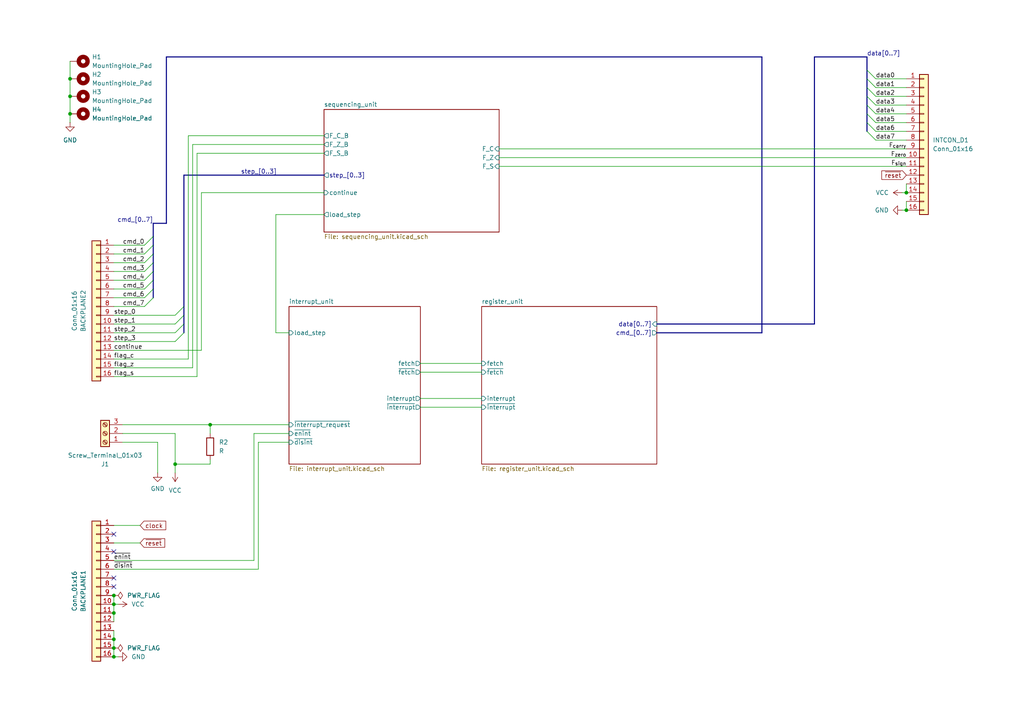
<source format=kicad_sch>
(kicad_sch (version 20250114) (generator "eeschema") (generator_version "9.0")
  (paper "A4")
  (title_block (title "PC-12 Sequencer and Instruction Register") (rev "A"))
  (lib_symbols
    (symbol "Connector:Screw_Terminal_01x03" (pin_names (offset 1.016) (hide yes))
      (property "Reference" "J" (at 0 5.08 0))
      (property "Value" "Screw_Terminal_01x03" (at 0 -5.08 0))
      (symbol "Screw_Terminal_01x03_1_1"
        (rectangle (start -1.27 3.81) (end 1.27 -3.81) (stroke (width 0.254)) (fill (type background)))
        (polyline (pts (xy -0.5334 2.8702) (xy 0.3302 2.032)) (stroke (width 0.1524)))
        (polyline (pts (xy -0.5334 0.3302) (xy 0.3302 -0.508)) (stroke (width 0.1524)))
        (polyline (pts (xy -0.5334 -2.2098) (xy 0.3302 -3.048)) (stroke (width 0.1524)))
        (polyline (pts (xy -0.3556 3.048) (xy 0.508 2.2098)) (stroke (width 0.1524)))
        (polyline (pts (xy -0.3556 0.508) (xy 0.508 -0.3302)) (stroke (width 0.1524)))
        (polyline (pts (xy -0.3556 -2.032) (xy 0.508 -2.8702)) (stroke (width 0.1524)))
        (circle (center 0 2.54) (radius 0.635) (stroke (width 0.1524)))
        (circle (center 0 0) (radius 0.635) (stroke (width 0.1524)))
        (circle (center 0 -2.54) (radius 0.635) (stroke (width 0.1524)))
        (pin passive line (at -5.08 2.54 0) (length 3.81) (name "Pin_1") (number "1"))
        (pin passive line (at -5.08 0 0) (length 3.81) (name "Pin_2") (number "2"))
        (pin passive line (at -5.08 -2.54 0) (length 3.81) (name "Pin_3") (number "3"))
      )
    )
    (symbol "Connector_Generic:Conn_01x16" (pin_names (offset 1.016) (hide yes))
      (property "Reference" "J" (at 0 20.32 0))
      (property "Value" "Conn_01x16" (at 0 -22.86 0))
      (symbol "Conn_01x16_1_1"
        (rectangle (start -1.27 19.05) (end 1.27 -21.59) (stroke (width 0.254)) (fill (type background)))
        (rectangle (start -1.27 17.907) (end 0 17.653) (stroke (width 0.1524)))
        (rectangle (start -1.27 15.367) (end 0 15.113) (stroke (width 0.1524)))
        (rectangle (start -1.27 12.827) (end 0 12.573) (stroke (width 0.1524)))
        (rectangle (start -1.27 10.287) (end 0 10.033) (stroke (width 0.1524)))
        (rectangle (start -1.27 7.747) (end 0 7.493) (stroke (width 0.1524)))
        (rectangle (start -1.27 5.207) (end 0 4.953) (stroke (width 0.1524)))
        (rectangle (start -1.27 2.667) (end 0 2.413) (stroke (width 0.1524)))
        (rectangle (start -1.27 0.127) (end 0 -0.127) (stroke (width 0.1524)))
        (rectangle (start -1.27 -2.413) (end 0 -2.667) (stroke (width 0.1524)))
        (rectangle (start -1.27 -4.953) (end 0 -5.207) (stroke (width 0.1524)))
        (rectangle (start -1.27 -7.493) (end 0 -7.747) (stroke (width 0.1524)))
        (rectangle (start -1.27 -10.033) (end 0 -10.287) (stroke (width 0.1524)))
        (rectangle (start -1.27 -12.573) (end 0 -12.827) (stroke (width 0.1524)))
        (rectangle (start -1.27 -15.113) (end 0 -15.367) (stroke (width 0.1524)))
        (rectangle (start -1.27 -17.653) (end 0 -17.907) (stroke (width 0.1524)))
        (rectangle (start -1.27 -20.193) (end 0 -20.447) (stroke (width 0.1524)))
        (pin passive line (at -5.08 17.78 0) (length 3.81) (name "Pin_1") (number "1"))
        (pin passive line (at -5.08 15.24 0) (length 3.81) (name "Pin_2") (number "2"))
        (pin passive line (at -5.08 12.7 0) (length 3.81) (name "Pin_3") (number "3"))
        (pin passive line (at -5.08 10.16 0) (length 3.81) (name "Pin_4") (number "4"))
        (pin passive line (at -5.08 7.62 0) (length 3.81) (name "Pin_5") (number "5"))
        (pin passive line (at -5.08 5.08 0) (length 3.81) (name "Pin_6") (number "6"))
        (pin passive line (at -5.08 2.54 0) (length 3.81) (name "Pin_7") (number "7"))
        (pin passive line (at -5.08 0 0) (length 3.81) (name "Pin_8") (number "8"))
        (pin passive line (at -5.08 -2.54 0) (length 3.81) (name "Pin_9") (number "9"))
        (pin passive line (at -5.08 -5.08 0) (length 3.81) (name "Pin_10") (number "10"))
        (pin passive line (at -5.08 -7.62 0) (length 3.81) (name "Pin_11") (number "11"))
        (pin passive line (at -5.08 -10.16 0) (length 3.81) (name "Pin_12") (number "12"))
        (pin passive line (at -5.08 -12.7 0) (length 3.81) (name "Pin_13") (number "13"))
        (pin passive line (at -5.08 -15.24 0) (length 3.81) (name "Pin_14") (number "14"))
        (pin passive line (at -5.08 -17.78 0) (length 3.81) (name "Pin_15") (number "15"))
        (pin passive line (at -5.08 -20.32 0) (length 3.81) (name "Pin_16") (number "16"))
      )
    )
    (symbol "Device:R" (pin_numbers (hide yes)) (pin_names (offset 0))
      (property "Reference" "R" (at 2.032 0 90))
      (property "Value" "R" (at 0 0 90))
      (symbol "R_0_1"
        (rectangle (start -1.016 -2.54) (end 1.016 2.54) (stroke (width 0.254)))
      )
      (symbol "R_1_1"
        (pin passive line (at 0 3.81 270) (length 1.27) (name "~") (number "1"))
        (pin passive line (at 0 -3.81 90) (length 1.27) (name "~") (number "2"))
      )
    )
    (symbol "Mechanical:MountingHole_Pad" (pin_numbers (hide yes)) (pin_names (offset 1.016) (hide yes)) (exclude_from_sim yes) (in_bom no)
      (property "Reference" "H" (at 0 6.35 0))
      (property "Value" "MountingHole_Pad" (at 0 4.445 0))
      (symbol "MountingHole_Pad_0_1"
        (circle (center 0 1.27) (radius 1.27) (stroke (width 1.27)))
      )
      (symbol "MountingHole_Pad_1_1"
        (pin input line (at 0 -2.54 90) (length 2.54) (name "1") (number "1"))
      )
    )
    (symbol "power:GND" (power) (pin_numbers (hide yes)) (pin_names (offset 0) (hide yes))
      (property "Value" "GND" (at 0 -3.81 0))
      (symbol "GND_0_1"
        (polyline (pts (xy 0 0) (xy 0 -1.27) (xy 1.27 -1.27) (xy 0 -2.54) (xy -1.27 -1.27) (xy 0 -1.27)))
      )
      (symbol "GND_1_1"
        (pin power_in line (at 0 0 270) (length 0) (name "~") (number "1"))
      )
    )
    (symbol "power:PWR_FLAG" (power) (pin_numbers (hide yes)) (pin_names (offset 0) (hide yes))
      (property "Value" "PWR_FLAG" (at 0 3.81 0))
      (symbol "PWR_FLAG_0_0"
        (pin power_out line (at 0 0 90) (length 0) (name "~") (number "1"))
      )
      (symbol "PWR_FLAG_0_1"
        (polyline (pts (xy 0 0) (xy 0 1.27) (xy -1.016 1.905) (xy 0 2.54) (xy 1.016 1.905) (xy 0 1.27)))
      )
    )
    (symbol "power:VCC" (power) (pin_numbers (hide yes)) (pin_names (offset 0) (hide yes))
      (property "Value" "VCC" (at 0 3.556 0))
      (symbol "VCC_0_1"
        (polyline (pts (xy -0.762 1.27) (xy 0 2.54)))
        (polyline (pts (xy 0 2.54) (xy 0.762 1.27)))
        (polyline (pts (xy 0 0) (xy 0 2.54)))
      )
      (symbol "VCC_1_1"
        (pin power_in line (at 0 0 90) (length 0) (name "~") (number "1"))
      )
    )
  )
  (junction (at 33.02 187.96))
  (junction (at 33.02 175.26))
  (junction (at 33.02 190.5))
  (junction (at 20.32 33.02))
  (junction (at 20.32 27.94))
  (junction (at 33.02 172.72))
  (junction (at 60.96 123.19))
  (junction (at 33.02 177.8))
  (junction (at 33.02 185.42))
  (junction (at 20.32 22.86))
  (junction (at 262.89 55.88))
  (junction (at 262.89 60.96))
  (junction (at 50.8 134.62))
  (no_connect (at 33.02 170.18))
  (no_connect (at 33.02 154.94))
  (no_connect (at 33.02 160.02))
  (no_connect (at 33.02 167.64))
  (bus_entry (at 44.45 83.82) (size -2.54 2.54))
  (bus_entry (at 251.46 20.32) (size 2.54 2.54))
  (bus_entry (at 53.34 91.44) (size -2.54 2.54))
  (bus_entry (at 251.46 33.02) (size 2.54 2.54))
  (bus_entry (at 251.46 22.86) (size 2.54 2.54))
  (bus_entry (at 44.45 78.74) (size -2.54 2.54))
  (bus_entry (at 53.34 88.9) (size -2.54 2.54))
  (bus_entry (at 251.46 25.4) (size 2.54 2.54))
  (bus_entry (at 251.46 35.56) (size 2.54 2.54))
  (bus_entry (at 44.45 86.36) (size -2.54 2.54))
  (bus_entry (at 44.45 76.2) (size -2.54 2.54))
  (bus_entry (at 251.46 38.1) (size 2.54 2.54))
  (bus_entry (at 251.46 30.48) (size 2.54 2.54))
  (bus_entry (at 44.45 73.66) (size -2.54 2.54))
  (bus_entry (at 44.45 68.58) (size -2.54 2.54))
  (bus_entry (at 251.46 27.94) (size 2.54 2.54))
  (bus_entry (at 44.45 71.12) (size -2.54 2.54))
  (bus_entry (at 53.34 93.98) (size -2.54 2.54))
  (bus_entry (at 44.45 81.28) (size -2.54 2.54))
  (bus_entry (at 53.34 96.52) (size -2.54 2.54))
  (wire (pts (xy 58.42 55.88) (xy 58.42 101.6)))
  (wire (pts (xy 55.88 41.91) (xy 93.98 41.91)))
  (wire (pts (xy 93.98 44.45) (xy 57.15 44.45)))
  (wire (pts (xy 261.62 60.96) (xy 262.89 60.96)))
  (wire (pts (xy 254 40.64) (xy 262.89 40.64)))
  (wire (pts (xy 50.8 134.62) (xy 60.96 134.62)))
  (bus (pts (xy 190.5 93.98) (xy 236.22 93.98)))
  (wire (pts (xy 33.02 182.88) (xy 33.02 185.42)))
  (wire (pts (xy 121.92 105.41) (xy 139.7 105.41)))
  (bus (pts (xy 44.45 71.12) (xy 44.45 73.66)))
  (wire (pts (xy 55.88 41.91) (xy 55.88 106.68)))
  (wire (pts (xy 74.93 128.27) (xy 74.93 165.1)))
  (wire (pts (xy 41.91 71.12) (xy 33.02 71.12)))
  (wire (pts (xy 34.29 190.5) (xy 33.02 190.5)))
  (bus (pts (xy 251.46 35.56) (xy 251.46 38.1)))
  (wire (pts (xy 33.02 152.4) (xy 40.64 152.4)))
  (wire (pts (xy 50.8 137.16) (xy 50.8 134.62)))
  (wire (pts (xy 20.32 27.94) (xy 20.32 33.02)))
  (wire (pts (xy 20.32 17.78) (xy 20.32 22.86)))
  (wire (pts (xy 93.98 62.23) (xy 80.01 62.23)))
  (wire (pts (xy 33.02 96.52) (xy 50.8 96.52)))
  (wire (pts (xy 33.02 177.8) (xy 33.02 180.34)))
  (bus (pts (xy 44.45 64.77) (xy 44.45 68.58)))
  (wire (pts (xy 45.72 128.27) (xy 45.72 137.16)))
  (wire (pts (xy 254 25.4) (xy 262.89 25.4)))
  (bus (pts (xy 53.34 93.98) (xy 53.34 96.52)))
  (bus (pts (xy 44.45 76.2) (xy 44.45 78.74)))
  (wire (pts (xy 33.02 157.48) (xy 40.64 157.48)))
  (wire (pts (xy 50.8 125.73) (xy 50.8 134.62)))
  (wire (pts (xy 35.56 128.27) (xy 45.72 128.27)))
  (bus (pts (xy 251.46 25.4) (xy 251.46 27.94)))
  (wire (pts (xy 254 27.94) (xy 262.89 27.94)))
  (wire (pts (xy 144.78 48.26) (xy 262.89 48.26)))
  (wire (pts (xy 35.56 123.19) (xy 60.96 123.19)))
  (wire (pts (xy 73.66 125.73) (xy 83.82 125.73)))
  (wire (pts (xy 35.56 125.73) (xy 50.8 125.73)))
  (bus (pts (xy 220.98 96.52) (xy 220.98 16.51)))
  (bus (pts (xy 190.5 96.52) (xy 220.98 96.52)))
  (bus (pts (xy 44.45 83.82) (xy 44.45 86.36)))
  (bus (pts (xy 251.46 22.86) (xy 251.46 25.4)))
  (wire (pts (xy 41.91 86.36) (xy 33.02 86.36)))
  (wire (pts (xy 80.01 96.52) (xy 83.82 96.52)))
  (wire (pts (xy 41.91 81.28) (xy 33.02 81.28)))
  (bus (pts (xy 251.46 16.51) (xy 251.46 20.32)))
  (wire (pts (xy 254 30.48) (xy 262.89 30.48)))
  (wire (pts (xy 33.02 91.44) (xy 50.8 91.44)))
  (wire (pts (xy 33.02 101.6) (xy 58.42 101.6)))
  (wire (pts (xy 254 35.56) (xy 262.89 35.56)))
  (bus (pts (xy 53.34 91.44) (xy 53.34 93.98)))
  (bus (pts (xy 48.26 16.51) (xy 48.26 64.77)))
  (wire (pts (xy 60.96 123.19) (xy 83.82 123.19)))
  (wire (pts (xy 33.02 175.26) (xy 33.02 172.72)))
  (wire (pts (xy 254 33.02) (xy 262.89 33.02)))
  (wire (pts (xy 33.02 162.56) (xy 73.66 162.56)))
  (wire (pts (xy 54.61 39.37) (xy 54.61 104.14)))
  (wire (pts (xy 121.92 115.57) (xy 139.7 115.57)))
  (bus (pts (xy 251.46 30.48) (xy 251.46 33.02)))
  (bus (pts (xy 220.98 16.51) (xy 48.26 16.51)))
  (wire (pts (xy 261.62 55.88) (xy 262.89 55.88)))
  (wire (pts (xy 33.02 185.42) (xy 33.02 187.96)))
  (wire (pts (xy 41.91 88.9) (xy 33.02 88.9)))
  (bus (pts (xy 251.46 33.02) (xy 251.46 35.56)))
  (wire (pts (xy 33.02 175.26) (xy 33.02 177.8)))
  (wire (pts (xy 58.42 55.88) (xy 93.98 55.88)))
  (wire (pts (xy 83.82 128.27) (xy 74.93 128.27)))
  (bus (pts (xy 44.45 68.58) (xy 44.45 71.12)))
  (bus (pts (xy 44.45 81.28) (xy 44.45 83.82)))
  (wire (pts (xy 33.02 99.06) (xy 50.8 99.06)))
  (wire (pts (xy 121.92 118.11) (xy 139.7 118.11)))
  (bus (pts (xy 48.26 64.77) (xy 44.45 64.77)))
  (bus (pts (xy 44.45 73.66) (xy 44.45 76.2)))
  (wire (pts (xy 60.96 134.62) (xy 60.96 133.35)))
  (wire (pts (xy 93.98 39.37) (xy 54.61 39.37)))
  (bus (pts (xy 251.46 20.32) (xy 251.46 22.86)))
  (wire (pts (xy 41.91 76.2) (xy 33.02 76.2)))
  (wire (pts (xy 41.91 73.66) (xy 33.02 73.66)))
  (wire (pts (xy 33.02 93.98) (xy 50.8 93.98)))
  (wire (pts (xy 254 22.86) (xy 262.89 22.86)))
  (bus (pts (xy 236.22 93.98) (xy 236.22 16.51)))
  (bus (pts (xy 236.22 16.51) (xy 251.46 16.51)))
  (wire (pts (xy 57.15 44.45) (xy 57.15 109.22)))
  (wire (pts (xy 254 38.1) (xy 262.89 38.1)))
  (bus (pts (xy 53.34 50.8) (xy 53.34 88.9)))
  (wire (pts (xy 57.15 109.22) (xy 33.02 109.22)))
  (wire (pts (xy 262.89 58.42) (xy 262.89 60.96)))
  (wire (pts (xy 144.78 43.18) (xy 262.89 43.18)))
  (wire (pts (xy 60.96 123.19) (xy 60.96 125.73)))
  (wire (pts (xy 73.66 162.56) (xy 73.66 125.73)))
  (wire (pts (xy 144.78 45.72) (xy 262.89 45.72)))
  (wire (pts (xy 34.29 175.26) (xy 33.02 175.26)))
  (wire (pts (xy 33.02 187.96) (xy 33.02 190.5)))
  (wire (pts (xy 262.89 53.34) (xy 262.89 55.88)))
  (wire (pts (xy 41.91 78.74) (xy 33.02 78.74)))
  (bus (pts (xy 251.46 27.94) (xy 251.46 30.48)))
  (wire (pts (xy 54.61 104.14) (xy 33.02 104.14)))
  (wire (pts (xy 20.32 35.56) (xy 20.32 33.02)))
  (bus (pts (xy 44.45 78.74) (xy 44.45 81.28)))
  (wire (pts (xy 74.93 165.1) (xy 33.02 165.1)))
  (bus (pts (xy 53.34 88.9) (xy 53.34 91.44)))
  (wire (pts (xy 80.01 62.23) (xy 80.01 96.52)))
  (wire (pts (xy 20.32 22.86) (xy 20.32 27.94)))
  (wire (pts (xy 121.92 107.95) (xy 139.7 107.95)))
  (wire (pts (xy 41.91 83.82) (xy 33.02 83.82)))
  (wire (pts (xy 33.02 106.68) (xy 55.88 106.68)))
  (bus (pts (xy 93.98 50.8) (xy 53.34 50.8)))
  (label "data3" (at 254 30.48 0))
  (label "F_{carry}" (at 262.89 43.18 180))
  (label "F_{sign}" (at 262.89 48.26 180))
  (label "cmd_3" (at 41.91 78.74 180))
  (label "flag_s" (at 33.02 109.22 0))
  (label "~{enint}" (at 33.02 162.56 0))
  (label "step_[0..3]" (at 69.85 50.8 0))
  (label "data5" (at 254 35.56 0))
  (label "~{disint}" (at 33.02 165.1 0))
  (label "cmd_6" (at 41.91 86.36 180))
  (label "cmd_0" (at 41.91 71.12 180))
  (label "cmd_[0..7]" (at 44.45 64.77 180))
  (label "data7" (at 254 40.64 0))
  (label "data4" (at 254 33.02 0))
  (label "flag_z" (at 33.02 106.68 0))
  (label "data2" (at 254 27.94 0))
  (label "cmd_4" (at 41.91 81.28 180))
  (label "cmd_5" (at 41.91 83.82 180))
  (label "F_{zero}" (at 262.89 45.72 180))
  (label "step_0" (at 33.02 91.44 0))
  (label "step_1" (at 33.02 93.98 0))
  (label "data[0..7]" (at 251.46 16.51 0))
  (label "cmd_1" (at 41.91 73.66 180))
  (label "data1" (at 254 25.4 0))
  (label "data6" (at 254 38.1 0))
  (label "continue" (at 33.02 101.6 0))
  (label "step_3" (at 33.02 99.06 0))
  (label "cmd_7" (at 41.91 88.9 180))
  (label "cmd_2" (at 41.91 76.2 180))
  (label "flag_c" (at 33.02 104.14 0))
  (label "data0" (at 254 22.86 0))
  (label "step_2" (at 33.02 96.52 0))
  (global_label "clock" (shape input) (at 40.64 152.4 0) (property "Intersheetrefs" "${INTERSHEET_REFS}" (effects (hide yes))))
  (global_label "~{reset}" (shape input) (at 40.64 157.48 0) (property "Intersheetrefs" "${INTERSHEET_REFS}" (effects (hide yes))))
  (global_label "~{reset}" (shape input) (at 262.89 50.8 180) (property "Intersheetrefs" "${INTERSHEET_REFS}" (effects (hide yes))))
  (symbol (lib_id "power:GND") (at 34.29 190.5 90) (mirror x) (unit 1)
    (property "Reference" "#PWR024" (effects (hide yes)))
    (property "Value" "GND" (at 38.1 190.4999 90) (effects (justify right)))
    (property "Description" "Power symbol creates a global label with name \"GND\" , ground" (effects (hide yes)))
  )
  (symbol (lib_id "Device:R") (at 60.96 129.54 180) (unit 1)
    (property "Reference" "R2" (at 63.5 128.2699 0) (effects (justify right)))
    (property "Value" "R" (at 63.5 130.8099 0) (effects (justify right)))
    (property "Footprint" "Resistor_SMD:R_0603_1608Metric" (effects (hide yes)))
    (property "Description" "Resistor" (effects (hide yes)))
  )
  (symbol (lib_id "power:GND") (at 45.72 137.16 0) (mirror y) (unit 1)
    (property "Reference" "#PWR032" (effects (hide yes)))
    (property "Value" "GND" (at 45.72 141.732 0))
    (property "Description" "Power symbol creates a global label with name \"GND\" , ground" (effects (hide yes)))
  )
  (symbol (lib_id "Connector:Screw_Terminal_01x03") (at 30.48 125.73 180) (unit 1)
    (property "Reference" "J1" (at 30.48 134.62 0))
    (property "Value" "Screw_Terminal_01x03" (at 30.48 132.08 0))
    (property "Footprint" "TerminalBlock:TerminalBlock_Xinya_XY308-2.54-3P_1x03_P2.54mm_Horizontal" (effects (hide yes)))
    (property "Description" "Generic screw terminal, single row, 01x03, script generated (kicad-library-utils/schlib/autogen/connector/)" (effects (hide yes)))
  )
  (symbol (lib_id "power:VCC") (at 34.29 175.26 270) (mirror x) (unit 1)
    (property "Reference" "#PWR023" (effects (hide yes)))
    (property "Value" "VCC" (at 38.1 175.2599 90) (effects (justify left)))
    (property "Description" "Power symbol creates a global label with name \"VCC\"" (effects (hide yes)))
  )
  (symbol (lib_id "Mechanical:MountingHole_Pad") (at 22.86 22.86 270) (unit 1) (exclude_from_sim yes) (in_bom no)
    (property "Reference" "H2" (at 26.67 21.5899 90) (effects (justify left)))
    (property "Value" "MountingHole_Pad" (at 26.67 24.1299 90) (effects (justify left)))
    (property "Footprint" "MountingHole:MountingHole_3.2mm_M3_Pad_Via" (effects (hide yes)))
    (property "Description" "Mounting Hole with connection" (effects (hide yes)))
  )
  (symbol (lib_id "Mechanical:MountingHole_Pad") (at 22.86 17.78 270) (unit 1) (exclude_from_sim yes) (in_bom no)
    (property "Reference" "H1" (at 26.67 16.5099 90) (effects (justify left)))
    (property "Value" "MountingHole_Pad" (at 26.67 19.0499 90) (effects (justify left)))
    (property "Footprint" "MountingHole:MountingHole_3.2mm_M3_Pad_Via" (effects (hide yes)))
    (property "Description" "Mounting Hole with connection" (effects (hide yes)))
  )
  (symbol (lib_id "Connector_Generic:Conn_01x16") (at 27.94 88.9 0) (mirror y) (unit 1)
    (property "Reference" "BACKPLANE2" (at 24.13 90.17 90))
    (property "Value" "Conn_01x16" (at 21.59 90.17 90))
    (property "Footprint" "Connector_IDC:IDC-Header_2x08_P2.54mm_Horizontal" (effects (hide yes)))
    (property "Description" "Generic connector, single row, 01x16, script generated (kicad-library-utils/schlib/autogen/connector/)" (effects (hide yes)))
  )
  (symbol (lib_id "power:GND") (at 20.32 35.56 0) (unit 1)
    (property "Reference" "#PWR013" (effects (hide yes)))
    (property "Value" "GND" (at 20.32 40.64 0))
    (property "Description" "Power symbol creates a global label with name \"GND\" , ground" (effects (hide yes)))
  )
  (symbol (lib_id "Connector_Generic:Conn_01x16") (at 267.97 40.64 0) (unit 1)
    (property "Reference" "INTCON_D1" (at 270.51 40.6399 0) (effects (justify left)))
    (property "Value" "Conn_01x16" (at 270.51 43.1799 0) (effects (justify left)))
    (property "Footprint" "Connector_IDC:IDC-Header_2x08_P2.54mm_Horizontal" (effects (hide yes)))
    (property "Description" "Generic connector, single row, 01x16, script generated (kicad-library-utils/schlib/autogen/connector/)" (effects (hide yes)))
  )
  (symbol (lib_id "Mechanical:MountingHole_Pad") (at 22.86 27.94 270) (unit 1) (exclude_from_sim yes) (in_bom no)
    (property "Reference" "H3" (at 26.67 26.6699 90) (effects (justify left)))
    (property "Value" "MountingHole_Pad" (at 26.67 29.2099 90) (effects (justify left)))
    (property "Footprint" "MountingHole:MountingHole_3.2mm_M3_Pad_Via" (effects (hide yes)))
    (property "Description" "Mounting Hole with connection" (effects (hide yes)))
  )
  (symbol (lib_id "power:GND") (at 261.62 60.96 270) (unit 1)
    (property "Reference" "#PWR021" (effects (hide yes)))
    (property "Value" "GND" (at 257.81 60.9599 90) (effects (justify right)))
    (property "Description" "Power symbol creates a global label with name \"GND\" , ground" (effects (hide yes)))
  )
  (symbol (lib_id "power:PWR_FLAG") (at 33.02 187.96 270) (mirror x) (unit 1)
    (property "Reference" "#FLG04" (effects (hide yes)))
    (property "Value" "PWR_FLAG" (at 36.83 187.9599 90) (effects (justify left)))
    (property "Description" "Special symbol for telling ERC where power comes from" (effects (hide yes)))
  )
  (symbol (lib_id "Mechanical:MountingHole_Pad") (at 22.86 33.02 270) (unit 1) (exclude_from_sim yes) (in_bom no)
    (property "Reference" "H4" (at 26.67 31.7499 90) (effects (justify left)))
    (property "Value" "MountingHole_Pad" (at 26.67 34.2899 90) (effects (justify left)))
    (property "Footprint" "MountingHole:MountingHole_3.2mm_M3_Pad_Via" (effects (hide yes)))
    (property "Description" "Mounting Hole with connection" (effects (hide yes)))
  )
  (symbol (lib_id "Connector_Generic:Conn_01x16") (at 27.94 170.18 0) (mirror y) (unit 1)
    (property "Reference" "BACKPLANE1" (at 24.13 171.45 90))
    (property "Value" "Conn_01x16" (at 21.59 171.45 90))
    (property "Footprint" "Connector_IDC:IDC-Header_2x08_P2.54mm_Horizontal" (effects (hide yes)))
    (property "Description" "Generic connector, single row, 01x16, script generated (kicad-library-utils/schlib/autogen/connector/)" (effects (hide yes)))
  )
  (symbol (lib_id "power:VCC") (at 50.8 137.16 0) (mirror x) (unit 1)
    (property "Reference" "#PWR033" (effects (hide yes)))
    (property "Value" "VCC" (at 50.8 142.24 0))
    (property "Description" "Power symbol creates a global label with name \"VCC\"" (effects (hide yes)))
  )
  (symbol (lib_id "power:VCC") (at 261.62 55.88 90) (unit 1)
    (property "Reference" "#PWR022" (effects (hide yes)))
    (property "Value" "VCC" (at 257.81 55.8799 90) (effects (justify left)))
    (property "Description" "Power symbol creates a global label with name \"VCC\"" (effects (hide yes)))
  )
  (symbol (lib_id "power:PWR_FLAG") (at 33.02 172.72 270) (mirror x) (unit 1)
    (property "Reference" "#FLG03" (effects (hide yes)))
    (property "Value" "PWR_FLAG" (at 36.83 172.7199 90) (effects (justify left)))
    (property "Description" "Special symbol for telling ERC where power comes from" (effects (hide yes)))
  )
  (sheet (at 93.98 31.75) (size 50.8 35.56) (stroke (width 0.1524))
    (property "Sheetname" "sequencing_unit" (at 93.98 31.0384 0) (effects (justify left bottom)))
    (property "Sheetfile" "sequencing_unit.kicad_sch" (at 93.98 67.8946 0) (effects (justify left top)))
    (pin "continue" input (at 93.98 55.88 180))
    (pin "F_C" input (at 144.78 43.18 0))
    (pin "F_C_B" output (at 93.98 39.37 180))
    (pin "F_S" input (at 144.78 48.26 0))
    (pin "F_S_B" output (at 93.98 44.45 180))
    (pin "F_Z" input (at 144.78 45.72 0))
    (pin "F_Z_B" output (at 93.98 41.91 180))
    (pin "step_[0..3]" output (at 93.98 50.8 180))
    (pin "load_step" output (at 93.98 62.23 180))
  )
  (sheet (at 139.7 88.9) (size 50.8 45.72) (stroke (width 0.1524))
    (property "Sheetname" "register_unit" (at 139.7 88.1884 0) (effects (justify left bottom)))
    (property "Sheetfile" "register_unit.kicad_sch" (at 139.7 135.2046 0) (effects (justify left top)))
    (pin "cmd_[0..7]" output (at 190.5 96.52 0))
    (pin "data[0..7]" input (at 190.5 93.98 0))
    (pin "fetch" input (at 139.7 105.41 180))
    (pin "interrupt" input (at 139.7 115.57 180))
    (pin "~{fetch}" input (at 139.7 107.95 180))
    (pin "~{interrupt}" input (at 139.7 118.11 180))
  )
  (sheet (at 83.82 88.9) (size 38.1 45.72) (stroke (width 0.1524))
    (property "Sheetname" "interrupt_unit" (at 83.82 88.1884 0) (effects (justify left bottom)))
    (property "Sheetfile" "interrupt_unit.kicad_sch" (at 83.82 135.2046 0) (effects (justify left top)))
    (pin "fetch" output (at 121.92 105.41 0))
    (pin "~{fetch}" output (at 121.92 107.95 0))
    (pin "load_step" input (at 83.82 96.52 180))
    (pin "interrupt" output (at 121.92 115.57 0))
    (pin "~{disint}" input (at 83.82 128.27 180))
    (pin "~{enint}" input (at 83.82 125.73 180))
    (pin "~{interrupt_request}" input (at 83.82 123.19 180))
    (pin "~{interrupt}" output (at 121.92 118.11 0))
  )
)
</source>
